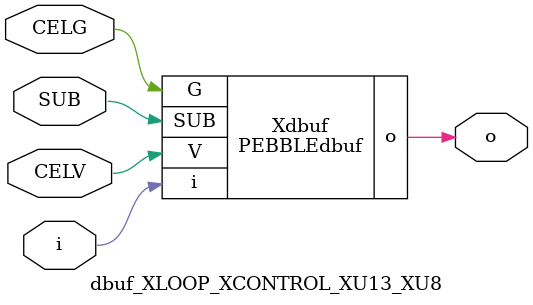
<source format=v>



module PEBBLEdbuf ( o, G, SUB, V, i );

  input V;
  input i;
  input G;
  output o;
  input SUB;
endmodule

//Celera Confidential Do Not Copy dbuf_XLOOP_XCONTROL_XU13_XU8
//Celera Confidential Symbol Generator
//Digital Buffer
module dbuf_XLOOP_XCONTROL_XU13_XU8 (CELV,CELG,i,o,SUB);
input CELV;
input CELG;
input i;
input SUB;
output o;

//Celera Confidential Do Not Copy dbuf
PEBBLEdbuf Xdbuf(
.V (CELV),
.i (i),
.o (o),
.SUB (SUB),
.G (CELG)
);
//,diesize,PEBBLEdbuf

//Celera Confidential Do Not Copy Module End
//Celera Schematic Generator
endmodule

</source>
